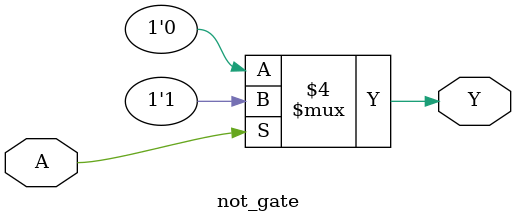
<source format=v>
module not_gate(output Y, input A);
always @(A) begin
    if (A == 0)
        Y = 0;
    else Y = 1;
end
endmodule

</source>
